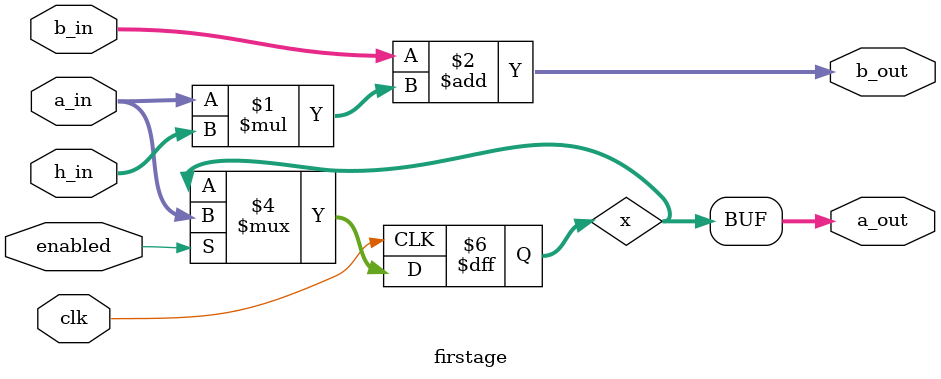
<source format=v>
`timescale 1ns / 1ps

module firstage #(
    parameter DWIDTH = 16,
    parameter DDWIDTH = 2 * DWIDTH)(
    input clk,
    input enabled,
    input signed [0:DWIDTH-1] a_in,
    input signed [0:DDWIDTH-1] b_in,
    output signed [0:DWIDTH-1] a_out,
    output signed [0:DDWIDTH-1] b_out,
    input signed [0:DWIDTH-1] h_in);

    // Internal registers and wires
    reg signed [0:DWIDTH-1] x;

    // Assigning output wires
    assign a_out = x;
    assign b_out = b_in + (a_in * h_in);

    // Process for the internal register
    always @(posedge clk) begin
        if (enabled) x <= a_in;
    end

endmodule

</source>
